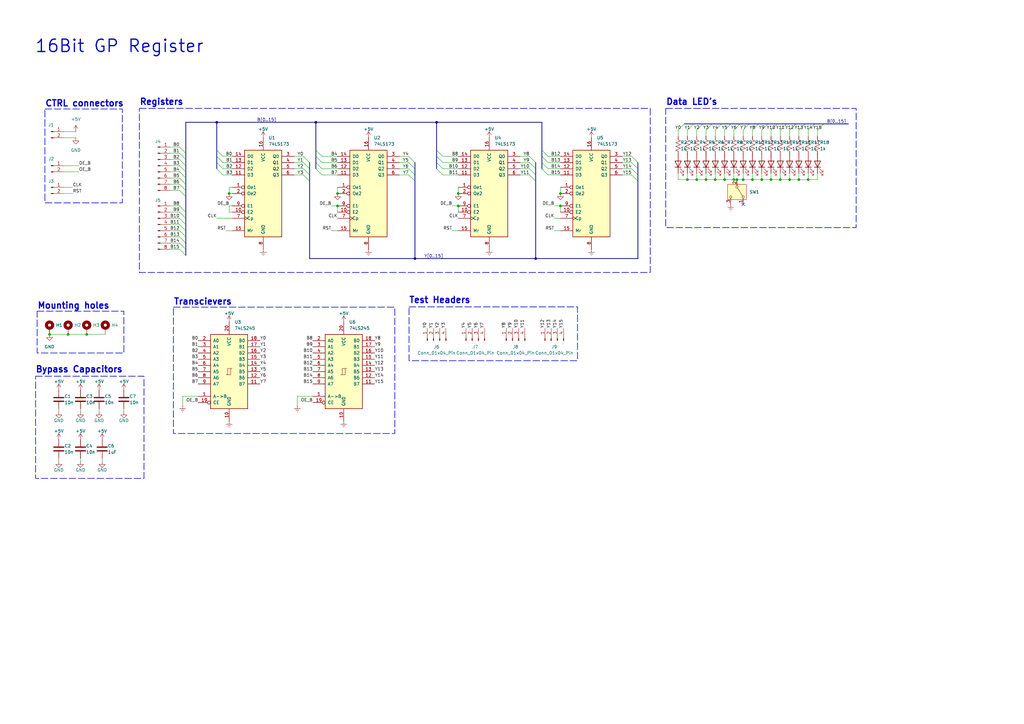
<source format=kicad_sch>
(kicad_sch (version 20231120) (generator "eeschema") (generator_version "8.0")
  (paper "A3")
  (title_block (title "GP Register - SH8") (date "2024-09-24") (rev "1.0") (company "SHMERLARD"))
  (junction (at 20.32 137.16))
  (junction (at 316.23 73.66))
  (junction (at 302.26 73.66))
  (junction (at 170.18 106.045))
  (junction (at 179.07 50.165))
  (junction (at 312.42 73.66))
  (junction (at 129.54 50.165))
  (junction (at 219.71 106.045))
  (junction (at 138.43 84.455))
  (junction (at 289.56 73.66))
  (junction (at 187.96 79.375))
  (junction (at 308.61 73.66))
  (junction (at 27.94 137.16))
  (junction (at 138.43 79.375))
  (junction (at 187.96 84.455))
  (junction (at 304.8 73.66))
  (junction (at 35.56 137.16))
  (junction (at 93.98 79.375))
  (junction (at 285.75 73.66))
  (junction (at 331.47 73.66))
  (junction (at 88.9 50.165))
  (junction (at 327.66 73.66))
  (junction (at 323.85 73.66))
  (junction (at 300.99 73.66))
  (junction (at 293.37 73.66))
  (junction (at 297.18 73.66))
  (junction (at 229.87 84.455))
  (junction (at 320.04 73.66))
  (junction (at 229.87 79.375))
  (junction (at 281.94 73.66))
  (no_connect (at 304.8 83.82))
  (bus_entry (at 278.13 53.34) (size 2.54 -2.54))
  (bus_entry (at 124.46 71.755) (size 2.54 2.54))
  (bus_entry (at 331.47 53.34) (size 2.54 -2.54))
  (bus_entry (at 308.61 53.34) (size 2.54 -2.54))
  (bus_entry (at 73.66 86.995) (size 2.54 2.54))
  (bus_entry (at 224.79 64.135) (size -2.54 -2.54))
  (bus_entry (at 73.66 60.325) (size 2.54 2.54))
  (bus_entry (at 73.66 65.405) (size 2.54 2.54))
  (bus_entry (at 167.64 66.675) (size 2.54 2.54))
  (bus_entry (at 124.46 64.135) (size 2.54 2.54))
  (bus_entry (at 181.61 69.215) (size -2.54 -2.54))
  (bus_entry (at 181.61 71.755) (size -2.54 -2.54))
  (bus_entry (at 73.66 73.025) (size 2.54 2.54))
  (bus_entry (at 259.08 64.135) (size 2.54 2.54))
  (bus_entry (at 167.64 64.135) (size 2.54 2.54))
  (bus_entry (at 217.17 69.215) (size 2.54 2.54))
  (bus_entry (at 181.61 64.135) (size -2.54 -2.54))
  (bus_entry (at 73.66 75.565) (size 2.54 2.54))
  (bus_entry (at 132.08 71.755) (size -2.54 -2.54))
  (bus_entry (at 217.17 71.755) (size 2.54 2.54))
  (bus_entry (at 259.08 66.675) (size 2.54 2.54))
  (bus_entry (at 132.08 66.675) (size -2.54 -2.54))
  (bus_entry (at 285.75 53.34) (size 2.54 -2.54))
  (bus_entry (at 327.66 53.34) (size 2.54 -2.54))
  (bus_entry (at 167.64 69.215) (size 2.54 2.54))
  (bus_entry (at 224.79 66.675) (size -2.54 -2.54))
  (bus_entry (at 259.08 69.215) (size 2.54 2.54))
  (bus_entry (at 73.66 62.865) (size 2.54 2.54))
  (bus_entry (at 312.42 53.34) (size 2.54 -2.54))
  (bus_entry (at 132.08 69.215) (size -2.54 -2.54))
  (bus_entry (at 320.04 53.34) (size 2.54 -2.54))
  (bus_entry (at 224.79 71.755) (size -2.54 -2.54))
  (bus_entry (at 289.56 53.34) (size 2.54 -2.54))
  (bus_entry (at 124.46 66.675) (size 2.54 2.54))
  (bus_entry (at 217.17 66.675) (size 2.54 2.54))
  (bus_entry (at 323.85 53.34) (size 2.54 -2.54))
  (bus_entry (at 281.94 53.34) (size 2.54 -2.54))
  (bus_entry (at 181.61 66.675) (size -2.54 -2.54))
  (bus_entry (at 224.79 69.215) (size -2.54 -2.54))
  (bus_entry (at 335.28 53.34) (size 2.54 -2.54))
  (bus_entry (at 73.66 94.615) (size 2.54 2.54))
  (bus_entry (at 300.99 53.34) (size 2.54 -2.54))
  (bus_entry (at 73.66 102.235) (size 2.54 2.54))
  (bus_entry (at 73.66 92.075) (size 2.54 2.54))
  (bus_entry (at 73.66 97.155) (size 2.54 2.54))
  (bus_entry (at 259.08 71.755) (size 2.54 2.54))
  (bus_entry (at 304.8 53.34) (size 2.54 -2.54))
  (bus_entry (at 73.66 67.945) (size 2.54 2.54))
  (bus_entry (at 91.44 69.215) (size -2.54 -2.54))
  (bus_entry (at 73.66 70.485) (size 2.54 2.54))
  (bus_entry (at 297.18 53.34) (size 2.54 -2.54))
  (bus_entry (at 316.23 53.34) (size 2.54 -2.54))
  (bus_entry (at 73.66 78.105) (size 2.54 2.54))
  (bus_entry (at 167.64 71.755) (size 2.54 2.54))
  (bus_entry (at 217.17 64.135) (size 2.54 2.54))
  (bus_entry (at 124.46 69.215) (size 2.54 2.54))
  (bus_entry (at 91.44 71.755) (size -2.54 -2.54))
  (bus_entry (at 73.66 89.535) (size 2.54 2.54))
  (bus_entry (at 91.44 66.675) (size -2.54 -2.54))
  (bus_entry (at 91.44 64.135) (size -2.54 -2.54))
  (bus_entry (at 73.66 84.455) (size 2.54 2.54))
  (bus_entry (at 73.66 99.695) (size 2.54 2.54))
  (bus_entry (at 293.37 53.34) (size 2.54 -2.54))
  (bus_entry (at 132.08 64.135) (size -2.54 -2.54))
  (bus (pts (xy 288.29 50.8) (xy 292.1 50.8)))
  (wire (pts (xy 213.36 66.675) (xy 217.17 66.675)))
  (wire (pts (xy 187.96 84.455) (xy 185.42 84.455)))
  (wire (pts (xy 91.44 66.675) (xy 95.25 66.675)))
  (bus (pts (xy 127 106.045) (xy 170.18 106.045)))
  (bus (pts (xy 129.54 66.675) (xy 129.54 69.215)))
  (wire (pts (xy 69.85 78.105) (xy 73.66 78.105)))
  (wire (pts (xy 33.02 187.96) (xy 33.02 189.23)))
  (wire (pts (xy 320.04 53.34) (xy 320.04 55.88)))
  (bus (pts (xy 326.39 50.8) (xy 330.2 50.8)))
  (bus (pts (xy 284.48 50.8) (xy 288.29 50.8)))
  (wire (pts (xy 331.47 73.66) (xy 335.28 73.66)))
  (bus (pts (xy 76.2 65.405) (xy 76.2 62.865)))
  (wire (pts (xy 229.87 79.375) (xy 229.87 76.835)))
  (bus (pts (xy 322.58 50.8) (xy 326.39 50.8)))
  (wire (pts (xy 316.23 53.34) (xy 316.23 55.88)))
  (bus (pts (xy 334.01 50.8) (xy 337.82 50.8)))
  (wire (pts (xy 289.56 53.34) (xy 289.56 55.88)))
  (bus (pts (xy 88.9 64.135) (xy 88.9 61.595)))
  (bus (pts (xy 129.54 50.165) (xy 129.54 61.595)))
  (wire (pts (xy 132.08 71.755) (xy 138.43 71.755)))
  (wire (pts (xy 73.66 99.695) (xy 69.85 99.695)))
  (wire (pts (xy 300.99 73.66) (xy 300.99 71.12)))
  (wire (pts (xy 163.83 66.675) (xy 167.64 66.675)))
  (bus (pts (xy 219.71 66.675) (xy 219.71 69.215)))
  (bus (pts (xy 222.25 66.675) (xy 222.25 69.215)))
  (bus (pts (xy 337.82 50.8) (xy 347.98 50.8)))
  (bus (pts (xy 76.2 73.025) (xy 76.2 75.565)))
  (wire (pts (xy 304.8 73.66) (xy 308.61 73.66)))
  (wire (pts (xy 93.98 86.995) (xy 95.25 86.995)))
  (wire (pts (xy 285.75 73.66) (xy 289.56 73.66)))
  (bus (pts (xy 127 69.215) (xy 127 71.755)))
  (wire (pts (xy 69.85 62.865) (xy 73.66 62.865)))
  (wire (pts (xy 293.37 73.66) (xy 293.37 71.12)))
  (wire (pts (xy 88.9 89.535) (xy 95.25 89.535)))
  (bus (pts (xy 261.62 66.675) (xy 261.62 69.215)))
  (wire (pts (xy 255.27 69.215) (xy 259.08 69.215)))
  (bus (pts (xy 219.71 71.755) (xy 219.71 74.295)))
  (bus (pts (xy 76.2 86.995) (xy 76.2 89.535)))
  (bus (pts (xy 170.18 74.295) (xy 170.18 106.045)))
  (bus (pts (xy 314.96 50.8) (xy 318.77 50.8)))
  (wire (pts (xy 185.42 94.615) (xy 187.96 94.615)))
  (bus (pts (xy 299.72 50.8) (xy 303.53 50.8)))
  (bus (pts (xy 76.2 97.155) (xy 76.2 99.695)))
  (wire (pts (xy 24.13 187.96) (xy 24.13 189.23)))
  (wire (pts (xy 308.61 73.66) (xy 312.42 73.66)))
  (bus (pts (xy 222.25 64.135) (xy 222.25 66.675)))
  (wire (pts (xy 327.66 73.66) (xy 327.66 71.12)))
  (wire (pts (xy 316.23 73.66) (xy 320.04 73.66)))
  (wire (pts (xy 41.91 187.96) (xy 41.91 189.23)))
  (wire (pts (xy 35.56 137.16) (xy 43.18 137.16)))
  (wire (pts (xy 312.42 53.34) (xy 312.42 55.88)))
  (wire (pts (xy 187.96 79.375) (xy 187.96 76.835)))
  (wire (pts (xy 91.44 71.755) (xy 95.25 71.755)))
  (bus (pts (xy 76.2 70.485) (xy 76.2 73.025)))
  (bus (pts (xy 261.62 69.215) (xy 261.62 71.755)))
  (bus (pts (xy 170.18 71.755) (xy 170.18 74.295)))
  (bus (pts (xy 76.2 70.485) (xy 76.2 67.945)))
  (wire (pts (xy 93.98 79.375) (xy 95.25 79.375)))
  (bus (pts (xy 261.62 74.295) (xy 261.62 106.045)))
  (wire (pts (xy 304.8 73.66) (xy 304.8 71.12)))
  (wire (pts (xy 278.13 73.66) (xy 281.94 73.66)))
  (wire (pts (xy 327.66 73.66) (xy 331.47 73.66)))
  (bus (pts (xy 170.18 106.045) (xy 219.71 106.045)))
  (wire (pts (xy 93.98 84.455) (xy 95.25 84.455)))
  (bus (pts (xy 88.9 69.215) (xy 88.9 66.675)))
  (wire (pts (xy 121.92 162.56) (xy 128.27 162.56)))
  (wire (pts (xy 132.08 66.675) (xy 138.43 66.675)))
  (wire (pts (xy 278.13 53.34) (xy 278.13 55.88)))
  (wire (pts (xy 281.94 53.34) (xy 281.94 55.88)))
  (wire (pts (xy 132.08 69.215) (xy 138.43 69.215)))
  (wire (pts (xy 120.65 64.135) (xy 124.46 64.135)))
  (bus (pts (xy 261.62 71.755) (xy 261.62 74.295)))
  (bus (pts (xy 219.71 69.215) (xy 219.71 71.755)))
  (bus (pts (xy 88.9 50.165) (xy 88.9 61.595)))
  (wire (pts (xy 73.66 97.155) (xy 69.85 97.155)))
  (bus (pts (xy 129.54 50.165) (xy 179.07 50.165)))
  (wire (pts (xy 27.94 137.16) (xy 35.56 137.16)))
  (wire (pts (xy 281.94 73.66) (xy 281.94 71.12)))
  (wire (pts (xy 73.66 86.995) (xy 69.85 86.995)))
  (wire (pts (xy 135.89 94.615) (xy 138.43 94.615)))
  (bus (pts (xy 88.9 50.165) (xy 129.54 50.165)))
  (bus (pts (xy 222.25 50.165) (xy 222.25 61.595)))
  (wire (pts (xy 213.36 71.755) (xy 217.17 71.755)))
  (bus (pts (xy 76.2 92.075) (xy 76.2 94.615)))
  (wire (pts (xy 323.85 73.66) (xy 327.66 73.66)))
  (bus (pts (xy 311.15 50.8) (xy 314.96 50.8)))
  (bus (pts (xy 219.71 106.045) (xy 261.62 106.045)))
  (bus (pts (xy 76.2 67.945) (xy 76.2 65.405)))
  (bus (pts (xy 88.9 66.675) (xy 88.9 64.135)))
  (wire (pts (xy 297.18 53.34) (xy 297.18 55.88)))
  (bus (pts (xy 295.91 50.8) (xy 299.72 50.8)))
  (wire (pts (xy 213.36 69.215) (xy 217.17 69.215)))
  (bus (pts (xy 127 66.675) (xy 127 69.215)))
  (wire (pts (xy 32.385 70.485) (xy 26.035 70.485)))
  (bus (pts (xy 76.2 50.165) (xy 88.9 50.165)))
  (wire (pts (xy 73.66 84.455) (xy 69.85 84.455)))
  (bus (pts (xy 127 74.295) (xy 127 106.045)))
  (wire (pts (xy 320.04 73.66) (xy 320.04 71.12)))
  (wire (pts (xy 95.25 76.835) (xy 93.98 76.835)))
  (wire (pts (xy 229.87 86.995) (xy 229.87 84.455)))
  (wire (pts (xy 213.36 64.135) (xy 217.17 64.135)))
  (wire (pts (xy 120.65 69.215) (xy 124.46 69.215)))
  (wire (pts (xy 93.98 84.455) (xy 93.98 86.995)))
  (bus (pts (xy 76.2 78.105) (xy 76.2 75.565)))
  (wire (pts (xy 278.13 73.66) (xy 278.13 71.12)))
  (bus (pts (xy 76.2 104.775) (xy 76.2 102.235)))
  (bus (pts (xy 303.53 50.8) (xy 307.34 50.8)))
  (wire (pts (xy 224.79 69.215) (xy 229.87 69.215)))
  (bus (pts (xy 330.2 50.8) (xy 334.01 50.8)))
  (bus (pts (xy 179.07 64.135) (xy 179.07 66.675)))
  (wire (pts (xy 40.64 167.64) (xy 40.64 168.91)))
  (bus (pts (xy 179.07 61.595) (xy 179.07 50.165)))
  (bus (pts (xy 179.07 50.165) (xy 222.25 50.165)))
  (wire (pts (xy 138.43 86.995) (xy 138.43 84.455)))
  (wire (pts (xy 33.02 167.64) (xy 33.02 168.91)))
  (wire (pts (xy 69.85 65.405) (xy 73.66 65.405)))
  (wire (pts (xy 187.96 86.995) (xy 187.96 84.455)))
  (wire (pts (xy 69.85 75.565) (xy 73.66 75.565)))
  (wire (pts (xy 289.56 73.66) (xy 293.37 73.66)))
  (wire (pts (xy 331.47 73.66) (xy 331.47 71.12)))
  (wire (pts (xy 163.83 71.755) (xy 167.64 71.755)))
  (wire (pts (xy 293.37 53.34) (xy 293.37 55.88)))
  (bus (pts (xy 76.2 62.865) (xy 76.2 50.165)))
  (wire (pts (xy 289.56 73.66) (xy 289.56 71.12)))
  (wire (pts (xy 335.28 53.34) (xy 335.28 55.88)))
  (wire (pts (xy 229.87 84.455) (xy 227.33 84.455)))
  (wire (pts (xy 69.85 73.025) (xy 73.66 73.025)))
  (wire (pts (xy 92.71 94.615) (xy 95.25 94.615)))
  (wire (pts (xy 300.99 53.34) (xy 300.99 55.88)))
  (wire (pts (xy 181.61 66.675) (xy 187.96 66.675)))
  (wire (pts (xy 132.08 64.135) (xy 138.43 64.135)))
  (wire (pts (xy 255.27 66.675) (xy 259.08 66.675)))
  (bus (pts (xy 307.34 50.8) (xy 311.15 50.8)))
  (wire (pts (xy 73.66 89.535) (xy 69.85 89.535)))
  (wire (pts (xy 331.47 53.34) (xy 331.47 55.88)))
  (wire (pts (xy 229.87 89.535) (xy 227.33 89.535)))
  (bus (pts (xy 76.2 99.695) (xy 76.2 102.235)))
  (bus (pts (xy 179.07 66.675) (xy 179.07 69.215)))
  (bus (pts (xy 76.2 92.075) (xy 76.2 89.535)))
  (wire (pts (xy 181.61 71.755) (xy 187.96 71.755)))
  (bus (pts (xy 292.1 50.8) (xy 295.91 50.8)))
  (bus (pts (xy 76.2 94.615) (xy 76.2 97.155)))
  (wire (pts (xy 91.44 69.215) (xy 95.25 69.215)))
  (wire (pts (xy 327.66 53.34) (xy 327.66 55.88)))
  (wire (pts (xy 26.035 76.835) (xy 29.845 76.835)))
  (bus (pts (xy 318.77 50.8) (xy 322.58 50.8)))
  (wire (pts (xy 281.94 73.66) (xy 285.75 73.66)))
  (wire (pts (xy 29.845 79.375) (xy 26.035 79.375)))
  (wire (pts (xy 69.85 60.325) (xy 73.66 60.325)))
  (wire (pts (xy 224.79 71.755) (xy 229.87 71.755)))
  (wire (pts (xy 91.44 64.135) (xy 95.25 64.135)))
  (wire (pts (xy 302.26 73.66) (xy 304.8 73.66)))
  (wire (pts (xy 227.33 94.615) (xy 229.87 94.615)))
  (wire (pts (xy 121.92 166.37) (xy 121.92 162.56)))
  (wire (pts (xy 50.8 167.64) (xy 50.8 168.91)))
  (bus (pts (xy 170.18 69.215) (xy 170.18 71.755)))
  (wire (pts (xy 320.04 73.66) (xy 323.85 73.66)))
  (wire (pts (xy 73.66 92.075) (xy 69.85 92.075)))
  (wire (pts (xy 255.27 71.755) (xy 259.08 71.755)))
  (wire (pts (xy 297.18 73.66) (xy 300.99 73.66)))
  (bus (pts (xy 179.07 61.595) (xy 179.07 64.135)))
  (wire (pts (xy 31.115 56.515) (xy 26.035 56.515)))
  (wire (pts (xy 138.43 84.455) (xy 135.89 84.455)))
  (wire (pts (xy 304.8 53.34) (xy 304.8 55.88)))
  (wire (pts (xy 255.27 64.135) (xy 259.08 64.135)))
  (wire (pts (xy 181.61 64.135) (xy 187.96 64.135)))
  (wire (pts (xy 163.83 64.135) (xy 167.64 64.135)))
  (bus (pts (xy 129.54 61.595) (xy 129.54 64.135)))
  (bus (pts (xy 219.71 74.295) (xy 219.71 106.045)))
  (wire (pts (xy 316.23 73.66) (xy 316.23 71.12)))
  (wire (pts (xy 323.85 53.34) (xy 323.85 55.88)))
  (wire (pts (xy 120.65 71.755) (xy 124.46 71.755)))
  (wire (pts (xy 285.75 53.34) (xy 285.75 55.88)))
  (wire (pts (xy 93.98 76.835) (xy 93.98 79.375)))
  (wire (pts (xy 74.93 166.37) (xy 74.93 162.56)))
  (wire (pts (xy 31.115 53.975) (xy 26.035 53.975)))
  (wire (pts (xy 323.85 73.66) (xy 323.85 71.12)))
  (wire (pts (xy 138.43 79.375) (xy 138.43 76.835)))
  (wire (pts (xy 224.79 66.675) (xy 229.87 66.675)))
  (wire (pts (xy 73.66 102.235) (xy 69.85 102.235)))
  (wire (pts (xy 308.61 53.34) (xy 308.61 55.88)))
  (wire (pts (xy 120.65 66.675) (xy 124.46 66.675)))
  (wire (pts (xy 73.66 94.615) (xy 69.85 94.615)))
  (wire (pts (xy 308.61 73.66) (xy 308.61 71.12)))
  (wire (pts (xy 163.83 69.215) (xy 167.64 69.215)))
  (wire (pts (xy 335.28 73.66) (xy 335.28 71.12)))
  (wire (pts (xy 74.93 162.56) (xy 81.28 162.56)))
  (wire (pts (xy 293.37 73.66) (xy 297.18 73.66)))
  (wire (pts (xy 312.42 73.66) (xy 316.23 73.66)))
  (bus (pts (xy 280.67 50.8) (xy 284.48 50.8)))
  (wire (pts (xy 224.79 64.135) (xy 229.87 64.135)))
  (wire (pts (xy 300.99 73.66) (xy 302.26 73.66)))
  (wire (pts (xy 297.18 73.66) (xy 297.18 71.12)))
  (wire (pts (xy 69.85 67.945) (xy 73.66 67.945)))
  (wire (pts (xy 20.32 137.16) (xy 27.94 137.16)))
  (bus (pts (xy 76.2 80.645) (xy 76.2 78.105)))
  (wire (pts (xy 69.85 70.485) (xy 73.66 70.485)))
  (bus (pts (xy 170.18 66.675) (xy 170.18 69.215)))
  (wire (pts (xy 285.75 73.66) (xy 285.75 71.12)))
  (wire (pts (xy 24.13 167.64) (xy 24.13 168.91)))
  (bus (pts (xy 222.25 61.595) (xy 222.25 64.135)))
  (wire (pts (xy 312.42 73.66) (xy 312.42 71.12)))
  (wire (pts (xy 26.035 67.945) (xy 32.385 67.945)))
  (bus (pts (xy 129.54 64.135) (xy 129.54 66.675)))
  (wire (pts (xy 181.61 69.215) (xy 187.96 69.215)))
  (bus (pts (xy 127 71.755) (xy 127 74.295)))
  (bus (pts (xy 76.2 86.995) (xy 76.2 80.645)))
  (rectangle (start 71.12 125.984) (end 161.925 177.8) (stroke (width 0.254) (type dash)))
  (rectangle (start 18.415 44.704) (end 50.165 83.185) (stroke (width 0.254) (type dash)))
  (rectangle (start 57.15 44.45) (end 266.7 111.76) (stroke (width 0.254) (type dash)))
  (rectangle (start 15.24 127.635) (end 50.8 144.78) (stroke (width 0.254) (type dash)))
  (rectangle (start 14.605 154.305) (end 59.055 196.215) (stroke (width 0.254) (type dash)))
  (rectangle (start 167.767 125.857) (end 236.855 147.955) (stroke (width 0.254) (type dash)))
  (rectangle (start 273.05 44.45) (end 351.155 93.345) (stroke (width 0.254) (type dash)))
  (text "16Bit GP Register" (at 14.224 19.05 0) (effects (font (size 5.08 5.08) (thickness 0.508) (bold yes)) (justify left)))
  (text "Data LED's\n" (at 273.05 41.91 0) (effects (font (size 2.54 2.54) (thickness 0.508) (bold yes)) (justify left)))
  (text "Bypass Capacitors\n" (at 14.478 151.638 0) (effects (font (size 2.54 2.54) (thickness 0.508) (bold yes)) (justify left)))
  (text "Registers" (at 57.15 41.91 0) (effects (font (size 2.54 2.54) (thickness 0.508) (bold yes)) (justify left)))
  (text "Mounting holes" (at 15.24 125.476 0) (effects (font (size 2.54 2.54) (thickness 0.508) (bold yes)) (justify left)))
  (text "Test Headers" (at 167.64 123.19 0) (effects (font (size 2.54 2.54) (thickness 0.508) (bold yes)) (justify left)))
  (text "CTRL connectors\n" (at 18.415 42.545 0) (effects (font (size 2.54 2.54) (thickness 0.508) (bold yes)) (justify left)))
  (text "Transcievers" (at 71.12 123.825 0) (effects (font (size 2.54 2.54) (thickness 0.508) (bold yes)) (justify left)))
  (label "Y15" (at 231.14 134.62 90))
  (label "Y12" (at 323.85 53.34 0))
  (label "Y2" (at 285.75 53.34 0))
  (label "B5" (at 138.43 66.675 180))
  (label "Y7" (at 106.68 157.48 0))
  (label "B10" (at 73.66 89.535 180))
  (label "B5" (at 73.66 73.025 180))
  (label "B11" (at 128.27 147.32 180))
  (label "DE_B" (at 135.89 84.455 180))
  (label "Y12" (at 223.52 134.62 90))
  (label "DE_B" (at 93.98 84.455 180))
  (label "Y11" (at 320.04 53.34 0))
  (label "CLK" (at 138.43 89.535 180))
  (label "B6" (at 138.43 69.215 180))
  (label "Y10" (at 212.725 134.62 90))
  (label "Y11" (at 153.67 147.32 0))
  (label "B9" (at 128.27 142.24 180))
  (label "Y1" (at 177.8 134.62 90))
  (label "OE_B" (at 32.385 70.485 0))
  (label "Y6" (at 167.64 69.215 180))
  (label "OE_B" (at 128.27 165.1 180))
  (label "Y9" (at 217.17 66.675 180))
  (label "B13" (at 73.66 97.155 180))
  (label "B2" (at 73.66 65.405 180))
  (label "B12" (at 73.66 94.615 180))
  (label "Y8" (at 153.67 139.7 0))
  (label "Y6" (at 196.215 134.62 90))
  (label "B4" (at 138.43 64.135 180))
  (label "B7" (at 138.43 71.755 180))
  (label "B1" (at 81.28 142.24 180))
  (label "Y2" (at 124.46 69.215 180))
  (label "Y12" (at 259.08 64.135 180))
  (label "B1" (at 92.71 66.675 0))
  (label "Y14" (at 153.67 154.94 0))
  (label "Y14" (at 259.08 69.215 180))
  (label "Y10" (at 153.67 144.78 0))
  (label "Y2" (at 180.34 134.62 90))
  (label "RST" (at 227.33 94.615 180))
  (label "B[0..15]" (at 339.09 50.8 0))
  (label "B2" (at 81.28 144.78 180))
  (label "Y8" (at 207.645 134.62 90))
  (label "Y0" (at 106.68 139.7 0))
  (label "Y7" (at 304.8 53.34 0))
  (label "B2" (at 92.71 69.215 0))
  (label "OE_B" (at 81.28 165.1 180))
  (label "B3" (at 81.28 147.32 180))
  (label "Y9" (at 210.185 134.62 90))
  (label "Y3" (at 289.56 53.34 0))
  (label "B14" (at 73.66 99.695 180))
  (label "Y13" (at 226.06 134.62 90))
  (label "B14" (at 229.87 69.215 180))
  (label "B15" (at 73.66 102.235 180))
  (label "B13" (at 128.27 152.4 180))
  (label "CLK" (at 187.96 89.535 180))
  (label "B0" (at 81.28 139.7 180))
  (label "B8" (at 187.96 64.135 180))
  (label "B12" (at 128.27 149.86 180))
  (label "B9" (at 187.96 66.675 180))
  (label "Y13" (at 259.08 66.675 180))
  (label "Y4" (at 167.64 64.135 180))
  (label "Y9" (at 312.42 53.34 0))
  (label "B10" (at 128.27 144.78 180))
  (label "Y1" (at 281.94 53.34 0))
  (label "B8" (at 128.27 139.7 180))
  (label "Y0" (at 175.26 134.62 90))
  (label "B7" (at 73.66 78.105 180))
  (label "B7" (at 81.28 157.48 180))
  (label "Y5" (at 297.18 53.34 0))
  (label "B11" (at 73.66 92.075 180))
  (label "Y13" (at 153.67 152.4 0))
  (label "B11" (at 187.96 71.755 180))
  (label "Y7" (at 167.64 71.755 180))
  (label "CLK" (at 29.845 76.835 0))
  (label "Y15" (at 259.08 71.755 180))
  (label "Y10" (at 316.23 53.34 0))
  (label "RST" (at 185.42 94.615 180))
  (label "Y5" (at 167.64 66.675 180))
  (label "Y3" (at 124.46 71.755 180))
  (label "Y0" (at 278.13 53.34 0))
  (label "B0" (at 95.25 64.135 180))
  (label "RST" (at 135.89 94.615 180))
  (label "Y0" (at 124.46 64.135 180))
  (label "B6" (at 73.66 75.565 180))
  (label "B3" (at 92.71 71.755 0))
  (label "Y13" (at 327.66 53.34 0))
  (label "B13" (at 229.87 66.675 180))
  (label "B[0..15]" (at 105.41 50.165 0))
  (label "Y[0..15]" (at 173.99 106.045 0))
  (label "Y15" (at 153.67 157.48 0))
  (label "Y4" (at 191.135 134.62 90))
  (label "DE_B" (at 185.42 84.455 180))
  (label "DE_B" (at 227.33 84.455 180))
  (label "B12" (at 229.87 64.135 180))
  (label "CLK" (at 88.9 89.535 180))
  (label "B15" (at 229.87 71.755 180))
  (label "B10" (at 187.96 69.215 180))
  (label "Y5" (at 106.68 152.4 0))
  (label "Y14" (at 228.6 134.62 90))
  (label "Y10" (at 217.17 69.215 180))
  (label "Y2" (at 106.68 144.78 0))
  (label "Y8" (at 308.61 53.34 0))
  (label "Y1" (at 106.68 142.24 0))
  (label "B1" (at 73.66 62.865 180))
  (label "RST" (at 29.845 79.375 0))
  (label "Y5" (at 193.675 134.62 90))
  (label "Y6" (at 106.68 154.94 0))
  (label "Y3" (at 106.68 147.32 0))
  (label "Y8" (at 217.17 64.135 180))
  (label "B0" (at 73.66 60.325 180))
  (label "B8" (at 73.66 84.455 180))
  (label "Y4" (at 293.37 53.34 0))
  (label "B4" (at 81.28 149.86 180))
  (label "Y3" (at 182.88 134.62 90))
  (label "CLK" (at 227.33 89.535 180))
  (label "B9" (at 73.66 86.995 180))
  (label "B6" (at 81.28 154.94 180))
  (label "Y7" (at 198.755 134.62 90))
  (label "B14" (at 128.27 154.94 180))
  (label "RST" (at 92.71 94.615 180))
  (label "B3" (at 73.66 67.945 180))
  (label "DE_B" (at 32.385 67.945 0))
  (label "Y11" (at 217.17 71.755 180))
  (label "Y11" (at 215.265 134.62 90))
  (label "B5" (at 81.28 152.4 180))
  (label "Y15" (at 335.28 53.34 0))
  (label "B15" (at 128.27 157.48 180))
  (label "Y1" (at 124.46 66.675 180))
  (label "B4" (at 73.66 70.485 180))
  (label "Y14" (at 331.47 53.34 0))
  (label "Y4" (at 106.68 149.86 0))
  (label "Y6" (at 300.99 53.34 0))
  (label "Y9" (at 153.67 142.24 0))
  (label "Y12" (at 153.67 149.86 0))
  (symbol (lib_id "Device:R_US") (at 316.23 59.69 0) (unit 1)
    (property "Reference" "R13" (at 317.246 58.42 0) (effects (justify left)))
    (property "Value" "1k" (at 317.246 60.96 0) (effects (justify left)))
    (property "Footprint" "Resistor_THT:R_Axial_DIN0204_L3.6mm_D1.6mm_P7.62mm_Horizontal" (effects (hide yes)))
    (property "Description" "Resistor, US symbol" (effects (hide yes)))
  )
  (symbol (lib_id "Connector:Conn_01x08_Pin") (at 64.77 67.945 0) (unit 1)
    (property "Reference" "J4" (at 64.77 58.039 0))
    (property "Value" "Conn_01x08_Pin" (effects (hide yes)))
    (property "Footprint" "Connector_JST:JST_XH_S8B-XH-A-1_1x08_P2.50mm_Horizontal" (effects (hide yes)))
    (property "Description" "Generic connector, single row, 01x08, script generated" (effects (hide yes)))
  )
  (symbol (lib_id "power:+5V") (at 200.66 56.515 0) (unit 1)
    (property "Reference" "#PWR025" (effects (hide yes)))
    (property "Value" "+5V" (at 200.66 52.959 0))
    (property "Description" "Power symbol creates a global label with name \"+5V\"" (effects (hide yes)))
  )
  (symbol (lib_id "power:+5V") (at 40.64 160.02 0) (unit 1)
    (property "Reference" "#PWR011" (effects (hide yes)))
    (property "Value" "+5V" (at 40.64 156.464 0))
    (property "Description" "Power symbol creates a global label with name \"+5V\"" (effects (hide yes)))
  )
  (symbol (lib_id "power:GND") (at 50.8 168.91 0) (unit 1)
    (property "Reference" "#PWR016" (effects (hide yes)))
    (property "Value" "GND" (at 50.8 172.466 0))
    (property "Description" "Power symbol creates a global label with name \"GND\" , ground" (effects (hide yes)))
  )
  (symbol (lib_id "Device:R_US") (at 312.42 59.69 0) (unit 1)
    (property "Reference" "R12" (at 313.436 58.42 0) (effects (justify left)))
    (property "Value" "1k" (at 313.436 60.96 0) (effects (justify left)))
    (property "Footprint" "Resistor_THT:R_Axial_DIN0204_L3.6mm_D1.6mm_P7.62mm_Horizontal" (effects (hide yes)))
    (property "Description" "Resistor, US symbol" (effects (hide yes)))
  )
  (symbol (lib_id "Device:LED") (at 293.37 67.31 90) (unit 1)
    (property "Reference" "D5" (effects (hide yes)))
    (property "Value" "LED" (effects (hide yes)))
    (property "Footprint" "LED_THT:LED_Rectangular_W3.0mm_H2.0mm" (effects (hide yes)))
    (property "Description" "Light emitting diode" (effects (hide yes)))
  )
  (symbol (lib_id "74xx:74LS173") (at 242.57 79.375 0) (unit 1)
    (property "Reference" "U5" (at 244.7641 56.515 0) (effects (justify left)))
    (property "Value" "74LS173" (at 244.7641 59.055 0) (effects (justify left)))
    (property "Footprint" "Package_DIP:DIP-16_W7.62mm_Socket_LongPads" (effects (hide yes)))
    (property "Datasheet" "http://www.ti.com/lit/gpn/sn74LS173" (effects (hide yes)))
    (property "Description" "4-bit D-type Register, 3 state out" (effects (hide yes)))
  )
  (symbol (lib_id "power:+5V") (at 140.97 132.08 0) (unit 1)
    (property "Reference" "#PWR034" (effects (hide yes)))
    (property "Value" "+5V" (at 140.97 128.524 0))
    (property "Description" "Power symbol creates a global label with name \"+5V\"" (effects (hide yes)))
  )
  (symbol (lib_id "Device:R_US") (at 308.61 59.69 0) (unit 1)
    (property "Reference" "R10" (at 309.626 58.42 0) (effects (justify left)))
    (property "Value" "1k" (at 309.626 60.96 0) (effects (justify left)))
    (property "Footprint" "Resistor_THT:R_Axial_DIN0204_L3.6mm_D1.6mm_P7.62mm_Horizontal" (effects (hide yes)))
    (property "Description" "Resistor, US symbol" (effects (hide yes)))
  )
  (symbol (lib_id "power:+5V") (at 50.8 160.02 0) (unit 1)
    (property "Reference" "#PWR015" (effects (hide yes)))
    (property "Value" "+5V" (at 50.8 156.464 0))
    (property "Description" "Power symbol creates a global label with name \"+5V\"" (effects (hide yes)))
  )
  (symbol (lib_id "power:Earth") (at 74.93 166.37 0) (unit 1)
    (property "Reference" "#PWR037" (effects (hide yes)))
    (property "Value" "GND" (effects (hide yes)))
    (property "Description" "Power symbol creates a global label with name \"Earth\"" (effects (hide yes)))
  )
  (symbol (lib_id "Device:C") (at 41.91 184.15 0) (unit 1)
    (property "Reference" "C6" (at 44.196 182.88 0) (effects (justify left)))
    (property "Value" "1uF" (at 44.196 185.42 0) (effects (justify left)))
    (property "Footprint" "Capacitor_THT:C_Radial_D6.3mm_H11.0mm_P2.50mm" (effects (hide yes)))
    (property "Description" "Unpolarized capacitor" (effects (hide yes)))
  )
  (symbol (lib_id "power:Earth") (at 140.97 172.72 0) (unit 1)
    (property "Reference" "#PWR033" (effects (hide yes)))
    (property "Value" "GND" (effects (hide yes)))
    (property "Description" "Power symbol creates a global label with name \"Earth\"" (effects (hide yes)))
  )
  (symbol (lib_id "Mechanical:MountingHole_Pad") (at 20.32 134.62 0) (unit 1) (exclude_from_sim yes) (in_bom no)
    (property "Reference" "H1" (at 22.86 133.3499 0) (effects (justify left)))
    (property "Value" "MountingHole_Pad" (effects (hide yes)))
    (property "Footprint" "MountingHole:MountingHole_2.2mm_M2_DIN965_Pad" (effects (hide yes)))
    (property "Description" "Mounting Hole with connection" (effects (hide yes)))
  )
  (symbol (lib_id "Device:R_US") (at 293.37 59.69 0) (unit 1)
    (property "Reference" "R6" (at 294.386 58.42 0) (effects (justify left)))
    (property "Value" "1k" (at 294.386 60.96 0) (effects (justify left)))
    (property "Footprint" "Resistor_THT:R_Axial_DIN0204_L3.6mm_D1.6mm_P7.62mm_Horizontal" (effects (hide yes)))
    (property "Description" "Resistor, US symbol" (effects (hide yes)))
  )
  (symbol (lib_id "Device:R_US") (at 285.75 59.69 0) (unit 1)
    (property "Reference" "R4" (at 286.766 58.42 0) (effects (justify left)))
    (property "Value" "1k" (at 286.766 60.96 0) (effects (justify left)))
    (property "Footprint" "Resistor_THT:R_Axial_DIN0204_L3.6mm_D1.6mm_P7.62mm_Horizontal" (effects (hide yes)))
    (property "Description" "Resistor, US symbol" (effects (hide yes)))
  )
  (symbol (lib_id "Connector:Conn_01x02_Pin") (at 20.955 76.835 0) (unit 1)
    (property "Reference" "J3" (at 20.955 74.295 0))
    (property "Value" "Conn_01x02_Pin" (effects (hide yes)))
    (property "Footprint" "Connector_JST:JST_XH_S2B-XH-A_1x02_P2.50mm_Horizontal" (effects (hide yes)))
    (property "Description" "Generic connector, single row, 01x02, script generated" (effects (hide yes)))
  )
  (symbol (lib_id "Device:LED") (at 323.85 67.31 90) (unit 1)
    (property "Reference" "D13" (effects (hide yes)))
    (property "Value" "LED" (effects (hide yes)))
    (property "Footprint" "LED_THT:LED_Rectangular_W3.0mm_H2.0mm" (effects (hide yes)))
    (property "Description" "Light emitting diode" (effects (hide yes)))
  )
  (symbol (lib_id "Device:R_US") (at 300.99 59.69 0) (unit 1)
    (property "Reference" "R8" (at 302.006 58.42 0) (effects (justify left)))
    (property "Value" "1k" (at 302.006 60.96 0) (effects (justify left)))
    (property "Footprint" "Resistor_THT:R_Axial_DIN0204_L3.6mm_D1.6mm_P7.62mm_Horizontal" (effects (hide yes)))
    (property "Description" "Resistor, US symbol" (effects (hide yes)))
  )
  (symbol (lib_id "Device:LED") (at 300.99 67.31 90) (unit 1)
    (property "Reference" "D7" (effects (hide yes)))
    (property "Value" "LED" (effects (hide yes)))
    (property "Footprint" "LED_THT:LED_Rectangular_W3.0mm_H2.0mm" (effects (hide yes)))
    (property "Description" "Light emitting diode" (effects (hide yes)))
  )
  (symbol (lib_id "power:+5V") (at 93.98 132.08 0) (unit 1)
    (property "Reference" "#PWR027" (effects (hide yes)))
    (property "Value" "+5V" (at 93.98 128.524 0))
    (property "Description" "Power symbol creates a global label with name \"+5V\"" (effects (hide yes)))
  )
  (symbol (lib_id "power:+5V") (at 41.91 180.34 0) (unit 1)
    (property "Reference" "#PWR013" (effects (hide yes)))
    (property "Value" "+5V" (at 41.91 176.784 0))
    (property "Description" "Power symbol creates a global label with name \"+5V\"" (effects (hide yes)))
  )
  (symbol (lib_id "power:GND") (at 24.13 189.23 0) (unit 1)
    (property "Reference" "#PWR04" (effects (hide yes)))
    (property "Value" "GND" (at 24.13 192.786 0))
    (property "Description" "Power symbol creates a global label with name \"GND\" , ground" (effects (hide yes)))
  )
  (symbol (lib_id "74xx:74LS245") (at 93.98 152.4 0) (unit 1)
    (property "Reference" "U3" (at 96.1741 132.08 0) (effects (justify left)))
    (property "Value" "74LS245" (at 96.1741 134.62 0) (effects (justify left)))
    (property "Footprint" "Package_DIP:DIP-20_W7.62mm_Socket_LongPads" (effects (hide yes)))
    (property "Datasheet" "http://www.ti.com/lit/gpn/sn74LS245" (effects (hide yes)))
    (property "Description" "Octal BUS Transceivers, 3-State outputs" (effects (hide yes)))
  )
  (symbol (lib_id "Device:R_US") (at 289.56 59.69 0) (unit 1)
    (property "Reference" "R5" (at 290.576 58.42 0) (effects (justify left)))
    (property "Value" "1k" (at 290.576 60.96 0) (effects (justify left)))
    (property "Footprint" "Resistor_THT:R_Axial_DIN0204_L3.6mm_D1.6mm_P7.62mm_Horizontal" (effects (hide yes)))
    (property "Description" "Resistor, US symbol" (effects (hide yes)))
  )
  (symbol (lib_id "Connector:Conn_01x04_Pin") (at 193.675 139.7 90) (unit 1)
    (property "Reference" "J7" (at 194.945 142.24 90))
    (property "Value" "Conn_01x04_Pin" (at 194.945 144.78 90))
    (property "Footprint" "Connector_PinHeader_2.54mm:PinHeader_1x04_P2.54mm_Vertical" (effects (hide yes)))
    (property "Description" "Generic connector, single row, 01x04, script generated" (effects (hide yes)))
  )
  (symbol (lib_id "power:+5V") (at 33.02 180.34 0) (unit 1)
    (property "Reference" "#PWR07" (effects (hide yes)))
    (property "Value" "+5V" (at 33.02 176.784 0))
    (property "Description" "Power symbol creates a global label with name \"+5V\"" (effects (hide yes)))
  )
  (symbol (lib_id "Device:R_US") (at 335.28 59.69 0) (unit 1)
    (property "Reference" "R18" (at 336.296 58.42 0) (effects (justify left)))
    (property "Value" "1k" (at 336.296 60.96 0) (effects (justify left)))
    (property "Footprint" "Resistor_THT:R_Axial_DIN0204_L3.6mm_D1.6mm_P7.62mm_Horizontal" (effects (hide yes)))
    (property "Description" "Resistor, US symbol" (effects (hide yes)))
  )
  (symbol (lib_id "power:+5V") (at 24.13 160.02 0) (unit 1)
    (property "Reference" "#PWR01" (effects (hide yes)))
    (property "Value" "+5V" (at 24.13 156.464 0))
    (property "Description" "Power symbol creates a global label with name \"+5V\"" (effects (hide yes)))
  )
  (symbol (lib_id "Device:C") (at 24.13 184.15 0) (unit 1)
    (property "Reference" "C2" (at 26.416 182.88 0) (effects (justify left)))
    (property "Value" "10n" (at 26.416 185.42 0) (effects (justify left)))
    (property "Footprint" "Capacitor_THT:C_Disc_D3.8mm_W2.6mm_P2.50mm" (effects (hide yes)))
    (property "Description" "Unpolarized capacitor" (effects (hide yes)))
  )
  (symbol (lib_id "Device:R_US") (at 297.18 59.69 0) (unit 1)
    (property "Reference" "R7" (at 298.196 58.42 0) (effects (justify left)))
    (property "Value" "1k" (at 298.196 60.96 0) (effects (justify left)))
    (property "Footprint" "Resistor_THT:R_Axial_DIN0204_L3.6mm_D1.6mm_P7.62mm_Horizontal" (effects (hide yes)))
    (property "Description" "Resistor, US symbol" (effects (hide yes)))
  )
  (symbol (lib_id "74xx:74LS173") (at 107.95 79.375 0) (unit 1)
    (property "Reference" "U1" (at 110.1441 56.515 0) (effects (justify left)))
    (property "Value" "74LS173" (at 110.1441 59.055 0) (effects (justify left)))
    (property "Footprint" "Package_DIP:DIP-16_W7.62mm_Socket_LongPads" (effects (hide yes)))
    (property "Datasheet" "http://www.ti.com/lit/gpn/sn74LS173" (effects (hide yes)))
    (property "Description" "4-bit D-type Register, 3 state out" (effects (hide yes)))
  )
  (symbol (lib_id "74xx:74LS173") (at 200.66 79.375 0) (unit 1)
    (property "Reference" "U4" (at 202.8541 56.515 0) (effects (justify left)))
    (property "Value" "74LS173" (at 202.8541 59.055 0) (effects (justify left)))
    (property "Footprint" "Package_DIP:DIP-16_W7.62mm_Socket_LongPads" (effects (hide yes)))
    (property "Datasheet" "http://www.ti.com/lit/gpn/sn74LS173" (effects (hide yes)))
    (property "Description" "4-bit D-type Register, 3 state out" (effects (hide yes)))
  )
  (symbol (lib_id "Device:LED") (at 289.56 67.31 90) (unit 1)
    (property "Reference" "D4" (effects (hide yes)))
    (property "Value" "LED" (effects (hide yes)))
    (property "Footprint" "LED_THT:LED_Rectangular_W3.0mm_H2.0mm" (effects (hide yes)))
    (property "Description" "Light emitting diode" (effects (hide yes)))
  )
  (symbol (lib_id "Device:LED") (at 281.94 67.31 90) (unit 1)
    (property "Reference" "D2" (effects (hide yes)))
    (property "Value" "LED" (effects (hide yes)))
    (property "Footprint" "LED_THT:LED_Rectangular_W3.0mm_H2.0mm" (effects (hide yes)))
    (property "Description" "Light emitting diode" (effects (hide yes)))
  )
  (symbol (lib_id "power:GND") (at 20.32 137.16 0) (unit 1)
    (property "Reference" "#PWR018" (effects (hide yes)))
    (property "Value" "GND" (at 20.32 142.24 0))
    (property "Description" "Power symbol creates a global label with name \"GND\" , ground" (effects (hide yes)))
  )
  (symbol (lib_id "power:GND") (at 229.87 79.375 0) (unit 1)
    (property "Reference" "#PWR036" (effects (hide yes)))
    (property "Value" "GND" (effects (hide yes)))
    (property "Description" "Power symbol creates a global label with name \"GND\" , ground" (effects (hide yes)))
  )
  (symbol (lib_id "power:GND") (at 24.13 168.91 0) (unit 1)
    (property "Reference" "#PWR02" (effects (hide yes)))
    (property "Value" "GND" (at 24.13 172.466 0))
    (property "Description" "Power symbol creates a global label with name \"GND\" , ground" (effects (hide yes)))
  )
  (symbol (lib_id "power:+5V") (at 151.13 56.515 0) (unit 1)
    (property "Reference" "#PWR022" (effects (hide yes)))
    (property "Value" "+5V" (at 151.13 52.959 0))
    (property "Description" "Power symbol creates a global label with name \"+5V\"" (effects (hide yes)))
  )
  (symbol (lib_id "Device:LED") (at 304.8 67.31 90) (unit 1)
    (property "Reference" "D8" (effects (hide yes)))
    (property "Value" "LED" (effects (hide yes)))
    (property "Footprint" "LED_THT:LED_Rectangular_W3.0mm_H2.0mm" (effects (hide yes)))
    (property "Description" "Light emitting diode" (effects (hide yes)))
  )
  (symbol (lib_id "power:+5V") (at 33.02 160.02 0) (unit 1)
    (property "Reference" "#PWR05" (effects (hide yes)))
    (property "Value" "+5V" (at 33.02 156.464 0))
    (property "Description" "Power symbol creates a global label with name \"+5V\"" (effects (hide yes)))
  )
  (symbol (lib_id "power:GND") (at 40.64 168.91 0) (unit 1)
    (property "Reference" "#PWR012" (effects (hide yes)))
    (property "Value" "GND" (at 40.64 172.466 0))
    (property "Description" "Power symbol creates a global label with name \"GND\" , ground" (effects (hide yes)))
  )
  (symbol (lib_id "power:Earth") (at 107.95 102.235 0) (unit 1)
    (property "Reference" "#PWR020" (effects (hide yes)))
    (property "Value" "GND" (effects (hide yes)))
    (property "Description" "Power symbol creates a global label with name \"Earth\"" (effects (hide yes)))
  )
  (symbol (lib_id "power:GND") (at 187.96 79.375 0) (unit 1)
    (property "Reference" "#PWR030" (effects (hide yes)))
    (property "Value" "GND" (effects (hide yes)))
    (property "Description" "Power symbol creates a global label with name \"GND\" , ground" (effects (hide yes)))
  )
  (symbol (lib_id "Device:LED") (at 285.75 67.31 90) (unit 1)
    (property "Reference" "D3" (effects (hide yes)))
    (property "Value" "LED" (effects (hide yes)))
    (property "Footprint" "LED_THT:LED_Rectangular_W3.0mm_H2.0mm" (effects (hide yes)))
    (property "Description" "Light emitting diode" (effects (hide yes)))
  )
  (symbol (lib_id "power:Earth") (at 200.66 102.235 0) (unit 1)
    (property "Reference" "#PWR026" (effects (hide yes)))
    (property "Value" "GND" (effects (hide yes)))
    (property "Description" "Power symbol creates a global label with name \"Earth\"" (effects (hide yes)))
  )
  (symbol (lib_id "Connector:Conn_01x02_Pin") (at 20.955 67.945 0) (unit 1)
    (property "Reference" "J2" (at 20.955 65.151 0))
    (property "Value" "Conn_01x02_Pin" (effects (hide yes)))
    (property "Footprint" "Connector_JST:JST_XH_S2B-XH-A_1x02_P2.50mm_Horizontal" (effects (hide yes)))
    (property "Description" "Generic connector, single row, 01x02, script generated" (effects (hide yes)))
  )
  (symbol (lib_id "Device:C") (at 50.8 163.83 0) (unit 1)
    (property "Reference" "C7" (at 53.086 162.56 0) (effects (justify left)))
    (property "Value" "10n" (at 53.086 165.1 0) (effects (justify left)))
    (property "Footprint" "Capacitor_THT:C_Disc_D3.8mm_W2.6mm_P2.50mm" (effects (hide yes)))
    (property "Description" "Unpolarized capacitor" (effects (hide yes)))
  )
  (symbol (lib_id "74xx:74LS173") (at 151.13 79.375 0) (unit 1)
    (property "Reference" "U2" (at 153.3241 56.515 0) (effects (justify left)))
    (property "Value" "74LS173" (at 153.3241 59.055 0) (effects (justify left)))
    (property "Footprint" "Package_DIP:DIP-16_W7.62mm_Socket_LongPads" (effects (hide yes)))
    (property "Datasheet" "http://www.ti.com/lit/gpn/sn74LS173" (effects (hide yes)))
    (property "Description" "4-bit D-type Register, 3 state out" (effects (hide yes)))
  )
  (symbol (lib_id "Device:R_US") (at 331.47 59.69 0) (unit 1)
    (property "Reference" "R17" (at 332.486 58.42 0) (effects (justify left)))
    (property "Value" "1k" (at 332.486 60.96 0) (effects (justify left)))
    (property "Footprint" "Resistor_THT:R_Axial_DIN0204_L3.6mm_D1.6mm_P7.62mm_Horizontal" (effects (hide yes)))
    (property "Description" "Resistor, US symbol" (effects (hide yes)))
  )
  (symbol (lib_id "Connector:Conn_01x04_Pin") (at 177.8 139.7 90) (unit 1)
    (property "Reference" "J6" (at 179.07 142.24 90))
    (property "Value" "Conn_01x04_Pin" (at 179.07 144.78 90))
    (property "Footprint" "Connector_PinHeader_2.54mm:PinHeader_1x04_P2.54mm_Vertical" (effects (hide yes)))
    (property "Description" "Generic connector, single row, 01x04, script generated" (effects (hide yes)))
  )
  (symbol (lib_id "Device:C") (at 33.02 184.15 0) (unit 1)
    (property "Reference" "C4" (at 35.306 182.88 0) (effects (justify left)))
    (property "Value" "10n" (at 35.306 185.42 0) (effects (justify left)))
    (property "Footprint" "Capacitor_THT:C_Disc_D3.8mm_W2.6mm_P2.50mm" (effects (hide yes)))
    (property "Description" "Unpolarized capacitor" (effects (hide yes)))
  )
  (symbol (lib_id "power:+5V") (at 107.95 56.515 0) (unit 1)
    (property "Reference" "#PWR019" (effects (hide yes)))
    (property "Value" "+5V" (at 107.95 52.959 0))
    (property "Description" "Power symbol creates a global label with name \"+5V\"" (effects (hide yes)))
  )
  (symbol (lib_id "Device:LED") (at 297.18 67.31 90) (unit 1)
    (property "Reference" "D6" (effects (hide yes)))
    (property "Value" "LED" (effects (hide yes)))
    (property "Footprint" "LED_THT:LED_Rectangular_W3.0mm_H2.0mm" (effects (hide yes)))
    (property "Description" "Light emitting diode" (effects (hide yes)))
  )
  (symbol (lib_id "power:GND") (at 33.02 189.23 0) (unit 1)
    (property "Reference" "#PWR08" (effects (hide yes)))
    (property "Value" "GND" (at 33.02 192.786 0))
    (property "Description" "Power symbol creates a global label with name \"GND\" , ground" (effects (hide yes)))
  )
  (symbol (lib_id "power:GND") (at 93.98 79.375 0) (unit 1)
    (property "Reference" "#PWR017" (effects (hide yes)))
    (property "Value" "GND" (effects (hide yes)))
    (property "Description" "Power symbol creates a global label with name \"GND\" , ground" (effects (hide yes)))
  )
  (symbol (lib_id "Device:R_US") (at 278.13 59.69 0) (unit 1)
    (property "Reference" "R2" (at 279.146 58.42 0) (effects (justify left)))
    (property "Value" "1k" (at 279.146 60.96 0) (effects (justify left)))
    (property "Footprint" "Resistor_THT:R_Axial_DIN0204_L3.6mm_D1.6mm_P7.62mm_Horizontal" (effects (hide yes)))
    (property "Description" "Resistor, US symbol" (effects (hide yes)))
  )
  (symbol (lib_id "74xx:74LS245") (at 140.97 152.4 0) (unit 1)
    (property "Reference" "U6" (at 143.1641 132.08 0) (effects (justify left)))
    (property "Value" "74LS245" (at 143.1641 134.62 0) (effects (justify left)))
    (property "Footprint" "Package_DIP:DIP-20_W7.62mm_Socket_LongPads" (effects (hide yes)))
    (property "Datasheet" "http://www.ti.com/lit/gpn/sn74LS245" (effects (hide yes)))
    (property "Description" "Octal BUS Transceivers, 3-State outputs" (effects (hide yes)))
  )
  (symbol (lib_id "power:Earth") (at 93.98 172.72 0) (unit 1)
    (property "Reference" "#PWR028" (effects (hide yes)))
    (property "Value" "GND" (effects (hide yes)))
    (property "Description" "Power symbol creates a global label with name \"Earth\"" (effects (hide yes)))
  )
  (symbol (lib_id "power:Earth") (at 242.57 102.235 0) (unit 1)
    (property "Reference" "#PWR031" (effects (hide yes)))
    (property "Value" "GND" (effects (hide yes)))
    (property "Description" "Power symbol creates a global label with name \"Earth\"" (effects (hide yes)))
  )
  (symbol (lib_id "Connector:Conn_01x02_Pin") (at 20.955 53.975 0) (unit 1)
    (property "Reference" "J1" (at 20.955 51.181 0))
    (property "Value" "Conn_01x02_Pin" (effects (hide yes)))
    (property "Footprint" "Connector_JST:JST_XH_S2B-XH-A_1x02_P2.50mm_Horizontal" (effects (hide yes)))
    (property "Description" "Generic connector, single row, 01x02, script generated" (effects (hide yes)))
  )
  (symbol (lib_id "Device:LED") (at 327.66 67.31 90) (unit 1)
    (property "Reference" "D14" (effects (hide yes)))
    (property "Value" "LED" (effects (hide yes)))
    (property "Footprint" "LED_THT:LED_Rectangular_W3.0mm_H2.0mm" (effects (hide yes)))
    (property "Description" "Light emitting diode" (effects (hide yes)))
  )
  (symbol (lib_id "Device:LED") (at 331.47 67.31 90) (unit 1)
    (property "Reference" "D15" (effects (hide yes)))
    (property "Value" "LED" (effects (hide yes)))
    (property "Footprint" "LED_THT:LED_Rectangular_W3.0mm_H2.0mm" (effects (hide yes)))
    (property "Description" "Light emitting diode" (effects (hide yes)))
  )
  (symbol (lib_id "power:GND") (at 31.115 56.515 0) (unit 1)
    (property "Reference" "#PWR010" (effects (hide yes)))
    (property "Value" "GND" (at 31.115 61.595 0))
    (property "Description" "Power symbol creates a global label with name \"GND\" , ground" (effects (hide yes)))
  )
  (symbol (lib_id "Device:C") (at 40.64 163.83 0) (unit 1)
    (property "Reference" "C5" (at 42.926 162.56 0) (effects (justify left)))
    (property "Value" "10n" (at 42.926 165.1 0) (effects (justify left)))
    (property "Footprint" "Capacitor_THT:C_Disc_D3.8mm_W2.6mm_P2.50mm" (effects (hide yes)))
    (property "Description" "Unpolarized capacitor" (effects (hide yes)))
  )
  (symbol (lib_id "power:+5V") (at 24.13 180.34 0) (unit 1)
    (property "Reference" "#PWR03" (effects (hide yes)))
    (property "Value" "+5V" (at 24.13 176.784 0))
    (property "Description" "Power symbol creates a global label with name \"+5V\"" (effects (hide yes)))
  )
  (symbol (lib_id "Device:LED") (at 312.42 67.31 90) (unit 1)
    (property "Reference" "D10" (effects (hide yes)))
    (property "Value" "LED" (effects (hide yes)))
    (property "Footprint" "LED_THT:LED_Rectangular_W3.0mm_H2.0mm" (effects (hide yes)))
    (property "Description" "Light emitting diode" (effects (hide yes)))
  )
  (symbol (lib_id "Connector:Conn_01x04_Pin") (at 226.06 139.7 90) (unit 1)
    (property "Reference" "J9" (at 227.33 142.24 90))
    (property "Value" "Conn_01x04_Pin" (at 227.33 144.78 90))
    (property "Footprint" "Connector_PinHeader_2.54mm:PinHeader_1x04_P2.54mm_Vertical" (effects (hide yes)))
    (property "Description" "Generic connector, single row, 01x04, script generated" (effects (hide yes)))
  )
  (symbol (lib_id "Device:LED") (at 320.04 67.31 90) (unit 1)
    (property "Reference" "D12" (effects (hide yes)))
    (property "Value" "LED" (effects (hide yes)))
    (property "Footprint" "LED_THT:LED_Rectangular_W3.0mm_H2.0mm" (effects (hide yes)))
    (property "Description" "Light emitting diode" (effects (hide yes)))
  )
  (symbol (lib_id "Mechanical:MountingHole_Pad") (at 35.56 134.62 0) (unit 1) (exclude_from_sim yes) (in_bom no)
    (property "Reference" "H3" (at 38.1 133.3499 0) (effects (justify left)))
    (property "Value" "MountingHole_Pad" (effects (hide yes)))
    (property "Footprint" "MountingHole:MountingHole_2.2mm_M2_DIN965_Pad" (effects (hide yes)))
    (property "Description" "Mounting Hole with connection" (effects (hide yes)))
  )
  (symbol (lib_id "Device:C") (at 24.13 163.83 0) (unit 1)
    (property "Reference" "C1" (at 26.416 162.56 0) (effects (justify left)))
    (property "Value" "10n" (at 26.416 165.1 0) (effects (justify left)))
    (property "Footprint" "Capacitor_THT:C_Disc_D3.8mm_W2.6mm_P2.50mm" (effects (hide yes)))
    (property "Description" "Unpolarized capacitor" (effects (hide yes)))
  )
  (symbol (lib_id "power:GND") (at 138.43 79.375 0) (unit 1)
    (property "Reference" "#PWR023" (effects (hide yes)))
    (property "Value" "GND" (effects (hide yes)))
    (property "Description" "Power symbol creates a global label with name \"GND\" , ground" (effects (hide yes)))
  )
  (symbol (lib_id "power:GND") (at 33.02 168.91 0) (unit 1)
    (property "Reference" "#PWR06" (effects (hide yes)))
    (property "Value" "GND" (at 33.02 172.466 0))
    (property "Description" "Power symbol creates a global label with name \"GND\" , ground" (effects (hide yes)))
  )
  (symbol (lib_id "Device:R_US") (at 323.85 59.69 0) (unit 1)
    (property "Reference" "R15" (at 324.866 58.42 0) (effects (justify left)))
    (property "Value" "1k" (at 324.866 60.96 0) (effects (justify left)))
    (property "Footprint" "Resistor_THT:R_Axial_DIN0204_L3.6mm_D1.6mm_P7.62mm_Horizontal" (effects (hide yes)))
    (property "Description" "Resistor, US symbol" (effects (hide yes)))
  )
  (symbol (lib_id "Switch:SW_SPDT") (at 302.26 78.74 270) (unit 1)
    (property "Reference" "SW1" (at 307.34 78.7399 90) (effects (justify left)))
    (property "Value" "SW_SPDT" (effects (hide yes)))
    (property "Footprint" "Button_Switch_THT:SW_Slide_SPDT_Angled_CK_OS102011MA1Q" (effects (hide yes)))
    (property "Description" "Switch, single pole double throw" (effects (hide yes)))
  )
  (symbol (lib_id "power:Earth") (at 151.13 102.235 0) (unit 1)
    (property "Reference" "#PWR024" (effects (hide yes)))
    (property "Value" "GND" (effects (hide yes)))
    (property "Description" "Power symbol creates a global label with name \"Earth\"" (effects (hide yes)))
  )
  (symbol (lib_id "power:+5V") (at 242.57 56.515 0) (unit 1)
    (property "Reference" "#PWR029" (effects (hide yes)))
    (property "Value" "+5V" (at 242.57 52.959 0))
    (property "Description" "Power symbol creates a global label with name \"+5V\"" (effects (hide yes)))
  )
  (symbol (lib_id "power:Earth") (at 121.92 166.37 0) (unit 1)
    (property "Reference" "#PWR035" (effects (hide yes)))
    (property "Value" "GND" (effects (hide yes)))
    (property "Description" "Power symbol creates a global label with name \"Earth\"" (effects (hide yes)))
  )
  (symbol (lib_id "power:GND") (at 41.91 189.23 0) (unit 1)
    (property "Reference" "#PWR014" (effects (hide yes)))
    (property "Value" "GND" (at 41.91 192.786 0))
    (property "Description" "Power symbol creates a global label with name \"GND\" , ground" (effects (hide yes)))
  )
  (symbol (lib_id "Mechanical:MountingHole_Pad") (at 27.94 134.62 0) (unit 1) (exclude_from_sim yes) (in_bom no)
    (property "Reference" "H2" (at 30.48 133.3499 0) (effects (justify left)))
    (property "Value" "MountingHole_Pad" (effects (hide yes)))
    (property "Footprint" "MountingHole:MountingHole_2.2mm_M2_DIN965_Pad" (effects (hide yes)))
    (property "Description" "Mounting Hole with connection" (effects (hide yes)))
  )
  (symbol (lib_id "Device:LED") (at 316.23 67.31 90) (unit 1)
    (property "Reference" "D11" (effects (hide yes)))
    (property "Value" "LED" (effects (hide yes)))
    (property "Footprint" "LED_THT:LED_Rectangular_W3.0mm_H2.0mm" (effects (hide yes)))
    (property "Description" "Light emitting diode" (effects (hide yes)))
  )
  (symbol (lib_id "Device:LED") (at 278.13 67.31 90) (unit 1)
    (property "Reference" "D1" (effects (hide yes)))
    (property "Value" "LED" (effects (hide yes)))
    (property "Footprint" "LED_THT:LED_Rectangular_W3.0mm_H2.0mm" (effects (hide yes)))
    (property "Description" "Light emitting diode" (effects (hide yes)))
  )
  (symbol (lib_id "Connector:Conn_01x08_Pin") (at 64.77 92.075 0) (unit 1)
    (property "Reference" "J5" (at 64.77 82.169 0))
    (property "Value" "Conn_01x08_Pin" (effects (hide yes)))
    (property "Footprint" "Connector_JST:JST_XH_S8B-XH-A-1_1x08_P2.50mm_Horizontal" (effects (hide yes)))
    (property "Description" "Generic connector, single row, 01x08, script generated" (effects (hide yes)))
  )
  (symbol (lib_id "Device:R_US") (at 281.94 59.69 0) (unit 1)
    (property "Reference" "R3" (at 282.956 58.42 0) (effects (justify left)))
    (property "Value" "1k" (at 282.956 60.96 0) (effects (justify left)))
    (property "Footprint" "Resistor_THT:R_Axial_DIN0204_L3.6mm_D1.6mm_P7.62mm_Horizontal" (effects (hide yes)))
    (property "Description" "Resistor, US symbol" (effects (hide yes)))
  )
  (symbol (lib_id "Device:LED") (at 335.28 67.31 90) (unit 1)
    (property "Reference" "D16" (effects (hide yes)))
    (property "Value" "LED" (effects (hide yes)))
    (property "Footprint" "LED_THT:LED_Rectangular_W3.0mm_H2.0mm" (effects (hide yes)))
    (property "Description" "Light emitting diode" (effects (hide yes)))
  )
  (symbol (lib_id "Connector:Conn_01x04_Pin") (at 210.185 139.7 90) (unit 1)
    (property "Reference" "J8" (at 211.455 142.24 90))
    (property "Value" "Conn_01x04_Pin" (at 211.455 144.78 90))
    (property "Footprint" "Connector_PinHeader_2.54mm:PinHeader_1x04_P2.54mm_Vertical" (effects (hide yes)))
    (property "Description" "Generic connector, single row, 01x04, script generated" (effects (hide yes)))
  )
  (symbol (lib_id "Mechanical:MountingHole_Pad") (at 43.18 134.62 0) (unit 1) (exclude_from_sim yes) (in_bom no)
    (property "Reference" "H4" (at 45.72 133.3499 0) (effects (justify left)))
    (property "Value" "MountingHole_Pad" (effects (hide yes)))
    (property "Footprint" "MountingHole:MountingHole_2.2mm_M2_DIN965_Pad" (effects (hide yes)))
    (property "Description" "Mounting Hole with connection" (effects (hide yes)))
  )
  (symbol (lib_id "Device:LED") (at 308.61 67.31 90) (unit 1)
    (property "Reference" "D9" (effects (hide yes)))
    (property "Value" "LED" (effects (hide yes)))
    (property "Footprint" "LED_THT:LED_Rectangular_W3.0mm_H2.0mm" (effects (hide yes)))
    (property "Description" "Light emitting diode" (effects (hide yes)))
  )
  (symbol (lib_id "Device:R_US") (at 320.04 59.69 0) (unit 1)
    (property "Reference" "R14" (at 321.056 58.42 0) (effects (justify left)))
    (property "Value" "1k" (at 321.056 60.96 0) (effects (justify left)))
    (property "Footprint" "Resistor_THT:R_Axial_DIN0204_L3.6mm_D1.6mm_P7.62mm_Horizontal" (effects (hide yes)))
    (property "Description" "Resistor, US symbol" (effects (hide yes)))
  )
  (symbol (lib_id "power:Earth") (at 299.72 83.82 0) (unit 1)
    (property "Reference" "#PWR021" (effects (hide yes)))
    (property "Value" "GND" (effects (hide yes)))
    (property "Description" "Power symbol creates a global label with name \"Earth\"" (effects (hide yes)))
  )
  (symbol (lib_id "Device:C") (at 33.02 163.83 0) (unit 1)
    (property "Reference" "C3" (at 35.306 162.56 0) (effects (justify left)))
    (property "Value" "10n" (at 35.306 165.1 0) (effects (justify left)))
    (property "Footprint" "Capacitor_THT:C_Disc_D3.8mm_W2.6mm_P2.50mm" (effects (hide yes)))
    (property "Description" "Unpolarized capacitor" (effects (hide yes)))
  )
  (symbol (lib_id "power:+5V") (at 31.115 53.975 0) (unit 1)
    (property "Reference" "#PWR09" (effects (hide yes)))
    (property "Value" "+5V" (at 31.115 48.895 0))
    (property "Description" "Power symbol creates a global label with name \"+5V\"" (effects (hide yes)))
  )
  (symbol (lib_id "Device:R_US") (at 327.66 59.69 0) (unit 1)
    (property "Reference" "R16" (at 328.676 58.42 0) (effects (justify left)))
    (property "Value" "1k" (at 328.676 60.96 0) (effects (justify left)))
    (property "Footprint" "Resistor_THT:R_Axial_DIN0204_L3.6mm_D1.6mm_P7.62mm_Horizontal" (effects (hide yes)))
    (property "Description" "Resistor, US symbol" (effects (hide yes)))
  )
  (symbol (lib_id "Device:R_US") (at 304.8 59.69 0) (unit 1)
    (property "Reference" "R9" (at 305.816 58.42 0) (effects (justify left)))
    (property "Value" "1k" (at 305.816 60.96 0) (effects (justify left)))
    (property "Footprint" "Resistor_THT:R_Axial_DIN0204_L3.6mm_D1.6mm_P7.62mm_Horizontal" (effects (hide yes)))
    (property "Description" "Resistor, US symbol" (effects (hide yes)))
  )
)
</source>
